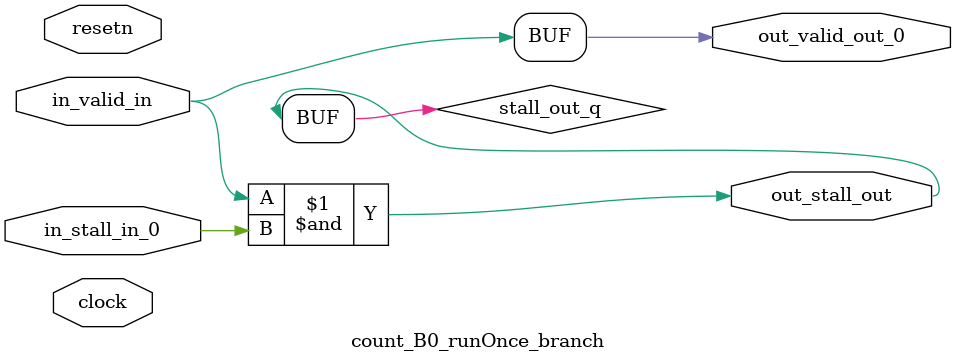
<source format=sv>



(* altera_attribute = "-name AUTO_SHIFT_REGISTER_RECOGNITION OFF; -name MESSAGE_DISABLE 10036; -name MESSAGE_DISABLE 10037; -name MESSAGE_DISABLE 14130; -name MESSAGE_DISABLE 14320; -name MESSAGE_DISABLE 15400; -name MESSAGE_DISABLE 14130; -name MESSAGE_DISABLE 10036; -name MESSAGE_DISABLE 12020; -name MESSAGE_DISABLE 12030; -name MESSAGE_DISABLE 12010; -name MESSAGE_DISABLE 12110; -name MESSAGE_DISABLE 14320; -name MESSAGE_DISABLE 13410; -name MESSAGE_DISABLE 113007; -name MESSAGE_DISABLE 10958" *)
module count_B0_runOnce_branch (
    input wire [0:0] in_stall_in_0,
    input wire [0:0] in_valid_in,
    output wire [0:0] out_stall_out,
    output wire [0:0] out_valid_out_0,
    input wire clock,
    input wire resetn
    );

    wire [0:0] stall_out_q;


    // stall_out(LOGICAL,6)
    assign stall_out_q = in_valid_in & in_stall_in_0;

    // out_stall_out(GPOUT,4)
    assign out_stall_out = stall_out_q;

    // out_valid_out_0(GPOUT,5)
    assign out_valid_out_0 = in_valid_in;

endmodule

</source>
